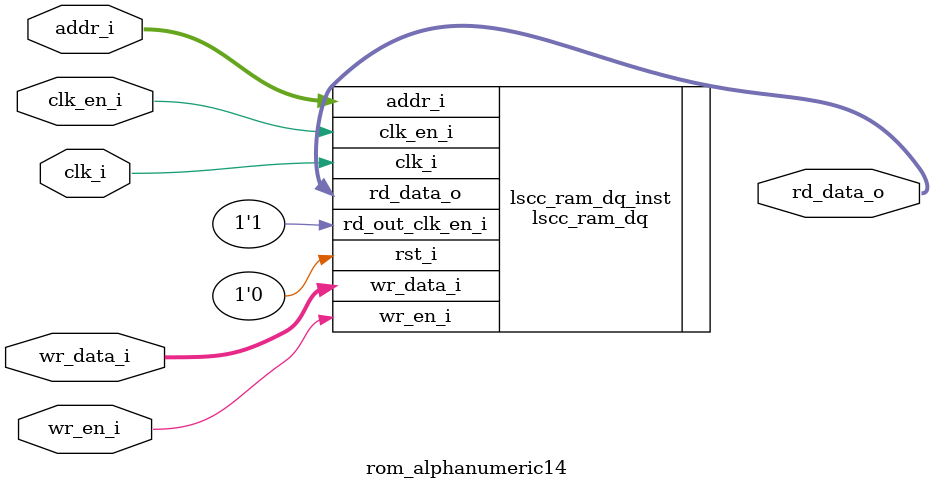
<source format=v>
/*******************************************************************************
    Verilog netlist generated by IPGEN Radiant
    Soft IP Version: 1.0.0
    Tue Oct 23 11:51:21 2018
*******************************************************************************/
/*******************************************************************************
    Include IP core template files.
*******************************************************************************/
`include "core/lscc_ram_dq.v"
/*******************************************************************************
    Wrapper Module generated per user settings.
*******************************************************************************/
module rom_alphanumeric14 (clk_i, clk_en_i, wr_en_i, wr_data_i, addr_i,
    rd_data_o);
    input  clk_i;
    input  clk_en_i;
    input  wr_en_i;
    input  [15:0]  wr_data_i;
    input  [7:0]  addr_i;
    output  [15:0]  rd_data_o;
    lscc_ram_dq #(.ADDR_DEPTH(256),
        .DATA_WIDTH(16),
        .ADDR_WIDTH(8),
        .REGMODE("noreg"),
        .RESETMODE("sync"),
        .INIT_MODE("mem_file"),
        .INIT_FILE("misc/ram256x16_alphanumeric_rom_alphanumeric14_copy.mem"),
        .INIT_FILE_FORMAT("hex"))
    lscc_ram_dq_inst(.clk_i(clk_i),
        .rst_i(1'b0),
        .clk_en_i(clk_en_i),
        .rd_out_clk_en_i(1'b1),
        .wr_en_i(wr_en_i),
        .wr_data_i(wr_data_i),
        .addr_i(addr_i),
        .rd_data_o(rd_data_o));
endmodule
</source>
